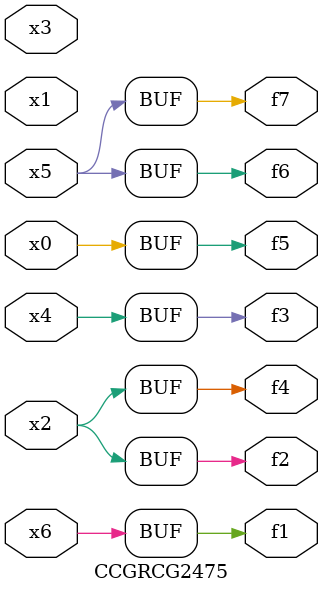
<source format=v>
module CCGRCG2475(
	input x0, x1, x2, x3, x4, x5, x6,
	output f1, f2, f3, f4, f5, f6, f7
);
	assign f1 = x6;
	assign f2 = x2;
	assign f3 = x4;
	assign f4 = x2;
	assign f5 = x0;
	assign f6 = x5;
	assign f7 = x5;
endmodule

</source>
